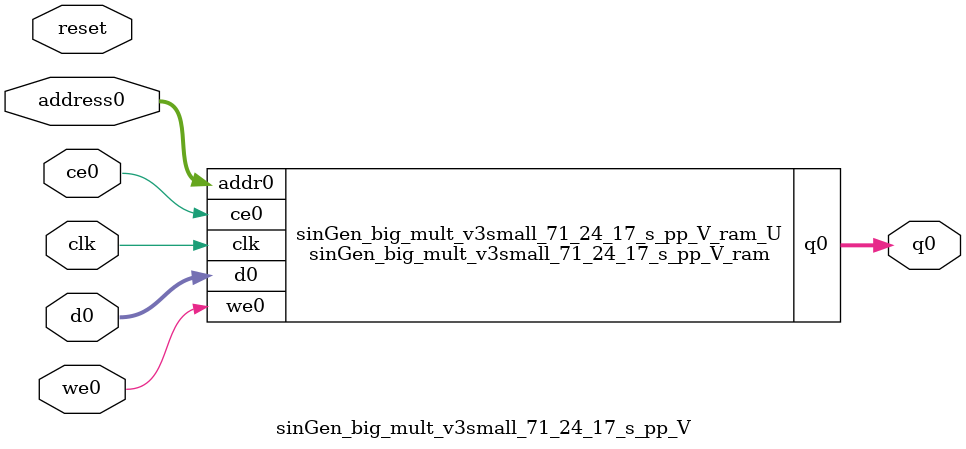
<source format=v>

`timescale 1 ns / 1 ps
module sinGen_big_mult_v3small_71_24_17_s_pp_V_ram (addr0, ce0, d0, we0, q0,  clk);

parameter DWIDTH = 41;
parameter AWIDTH = 3;
parameter MEM_SIZE = 5;

input[AWIDTH-1:0] addr0;
input ce0;
input[DWIDTH-1:0] d0;
input we0;
output reg[DWIDTH-1:0] q0;
input clk;

(* ram_style = "distributed" *)reg [DWIDTH-1:0] ram[MEM_SIZE-1:0];




always @(posedge clk)  
begin 
    if (ce0) 
    begin
        if (we0) 
        begin 
            ram[addr0] <= d0; 
            q0 <= d0;
        end 
        else 
            q0 <= ram[addr0];
    end
end


endmodule


`timescale 1 ns / 1 ps
module sinGen_big_mult_v3small_71_24_17_s_pp_V(
    reset,
    clk,
    address0,
    ce0,
    we0,
    d0,
    q0);

parameter DataWidth = 32'd41;
parameter AddressRange = 32'd5;
parameter AddressWidth = 32'd3;
input reset;
input clk;
input[AddressWidth - 1:0] address0;
input ce0;
input we0;
input[DataWidth - 1:0] d0;
output[DataWidth - 1:0] q0;



sinGen_big_mult_v3small_71_24_17_s_pp_V_ram sinGen_big_mult_v3small_71_24_17_s_pp_V_ram_U(
    .clk( clk ),
    .addr0( address0 ),
    .ce0( ce0 ),
    .d0( d0 ),
    .we0( we0 ),
    .q0( q0 ));

endmodule


</source>
